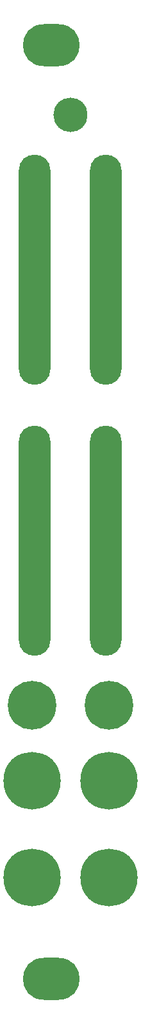
<source format=gbr>
G04 DipTrace 2.4.0.2*
%INBottomMask.gbr*%
%MOMM*%
%ADD25C,4.504*%
%ADD27O,4.204X30.204*%
%ADD29C,6.404*%
%ADD31C,7.57*%
%ADD33O,7.504X5.504*%
%FSLAX53Y53*%
G04*
G71*
G90*
G75*
G01*
%LNBotMask*%
%LPD*%
D33*
X7500Y125500D3*
Y3000D3*
D31*
X4928Y16243D3*
X15088D3*
X4928Y28943D3*
X15088D3*
D29*
X4928Y38849D3*
X15088D3*
D27*
X5301Y60439D3*
X14699D3*
Y95999D3*
X5301D3*
D25*
X10000Y116320D3*
M02*

</source>
